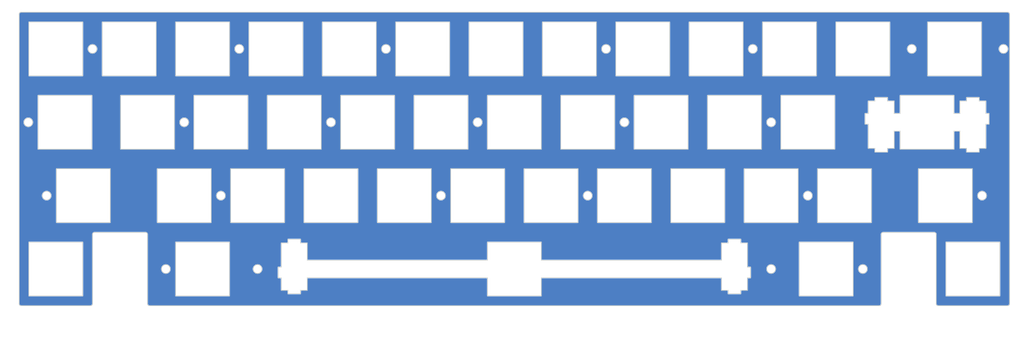
<source format=kicad_pcb>
(kicad_pcb (version 20240108) (generator "pcbnew") (generator_version "8.0")
  (layers (0 "F.Cu" signal) (31 "B.Cu" signal) (34 "B.Paste" user) (35 "F.Paste" user) (36 "B.SilkS" user "B.Silkscreen") (37 "F.SilkS" user "F.Silkscreen") (38 "B.Mask" user) (39 "F.Mask" user) (44 "Edge.Cuts" user))
  (net 0 "")
  (net 1 "GND")
  (gr_line (start 260.206075 50.8821) (end 260.206075 46.1816) (stroke (width 0.2)) (layer "Edge.Cuts"))
  (gr_line (start 246.205075 60.1809) (end 260.206075 60.1809) (stroke (width 0.2)) (layer "Edge.Cuts"))
  (gr_circle (center 55.5625 91.28125) (end 56.7125 91.28125) (stroke (width 0.2)) (fill none) (layer "Edge.Cuts"))
  (gr_line (start 243.537075 41.1309) (end 229.538075 41.1309) (stroke (width 0.2)) (layer "Edge.Cuts"))
  (gr_line (start 33.987275 27.1316) (end 33.987275 41.1309) (stroke (width 0.2)) (layer "Edge.Cuts"))
  (gr_line (start 181.625075 79.2311) (end 167.625075 79.2311) (stroke (width 0.2)) (layer "Edge.Cuts"))
  (gr_line (start 237.106075 50.8821) (end 237.106075 53.681) (stroke (width 0.2)) (layer "Edge.Cuts"))
  (gr_line (start 264.968075 65.2317) (end 264.968075 79.2311) (stroke (width 0.2)) (layer "Edge.Cuts"))
  (gr_circle (center 24.60625 72.23125) (end 25.75625 72.23125) (stroke (width 0.2)) (fill none) (layer "Edge.Cuts"))
  (gr_arc (start 50.3 81.75625) (mid 50.653553 81.902697) (end 50.8 82.25625) (stroke (width 0.2)) (layer "Edge.Cuts"))
  (gr_line (start 199.825925 88.98053) (end 153.049925 88.98053) (stroke (width 0.2)) (layer "Edge.Cuts"))
  (gr_circle (center 249.2375 34.13125) (end 250.3875 34.13125) (stroke (width 0.2)) (fill none) (layer "Edge.Cuts"))
  (gr_line (start 219.725075 65.2317) (end 219.725075 79.2311) (stroke (width 0.2)) (layer "Edge.Cuts"))
  (gr_line (start 229.250075 60.1809) (end 215.250075 60.1809) (stroke (width 0.2)) (layer "Edge.Cuts"))
  (gr_line (start 258.113075 98.28106) (end 258.113075 84.2816) (stroke (width 0.2)) (layer "Edge.Cuts"))
  (gr_circle (center 169.8625 34.13125) (end 171.0125 34.13125) (stroke (width 0.2)) (fill none) (layer "Edge.Cuts"))
  (gr_line (start 43.800275 60.1809) (end 43.800275 46.1816) (stroke (width 0.2)) (layer "Edge.Cuts"))
  (gr_line (start 85.525925 84.51157) (end 85.525925 90.78164) (stroke (width 0.2)) (layer "Edge.Cuts"))
  (gr_line (start 181.625075 65.2317) (end 181.625075 79.2311) (stroke (width 0.2)) (layer "Edge.Cuts"))
  (gr_arc (start 241.3 100.30625) (mid 241.153553 100.659803) (end 240.8 100.80625) (stroke (width 0.2)) (layer "Edge.Cuts"))
  (gr_line (start 33.987275 98.28106) (end 19.987725 98.28106) (stroke (width 0.2)) (layer "Edge.Cuts"))
  (gr_arc (start 241.3 82.25625) (mid 241.446447 81.902697) (end 241.8 81.75625) (stroke (width 0.2)) (layer "Edge.Cuts"))
  (gr_line (start 72.087075 84.2816) (end 72.087075 98.28106) (stroke (width 0.2)) (layer "Edge.Cuts"))
  (gr_line (start 153.050075 46.1816) (end 153.050075 60.1809) (stroke (width 0.2)) (layer "Edge.Cuts"))
  (gr_line (start 207.401125 93.5804) (end 207.401125 90.78164) (stroke (width 0.2)) (layer "Edge.Cuts"))
  (gr_line (start 87.249925 97.7325) (end 90.549925 97.7325) (stroke (width 0.2)) (layer "Edge.Cuts"))
  (gr_line (start 17.4625 100.30625) (end 17.4625 25.10625) (stroke (width 0.2)) (layer "Edge.Cuts"))
  (gr_line (start 90.549925 97.7325) (end 90.549925 96.8106) (stroke (width 0.2)) (layer "Edge.Cuts"))
  (gr_line (start 266.756075 59.9509) (end 268.480075 59.9509) (stroke (width 0.2)) (layer "Edge.Cuts"))
  (gr_line (start 200.675075 65.2317) (end 200.675075 79.2311) (stroke (width 0.2)) (layer "Edge.Cuts"))
  (gr_line (start 210.200075 46.1816) (end 210.200075 60.1809) (stroke (width 0.2)) (layer "Edge.Cuts"))
  (gr_line (start 87.249925 96.8106) (end 87.249925 97.7325) (stroke (width 0.2)) (layer "Edge.Cuts"))
  (gr_line (start 19.987725 41.1309) (end 19.987725 27.1316) (stroke (width 0.2)) (layer "Edge.Cuts"))
  (gr_line (start 220.013075 84.2816) (end 234.012075 84.2816) (stroke (width 0.2)) (layer "Edge.Cuts"))
  (gr_line (start 110.187075 27.1316) (end 110.187075 41.1309) (stroke (width 0.2)) (layer "Edge.Cuts"))
  (gr_circle (center 236.5375 91.28125) (end 237.6875 91.28125) (stroke (width 0.2)) (fill none) (layer "Edge.Cuts"))
  (gr_line (start 239.655075 46.7313) (end 239.655075 47.652) (stroke (width 0.2)) (layer "Edge.Cuts"))
  (gr_line (start 41.130975 79.2311) (end 27.130105 79.2311) (stroke (width 0.2)) (layer "Edge.Cuts"))
  (gr_line (start 158.100075 60.1809) (end 158.100075 46.1816) (stroke (width 0.2)) (layer "Edge.Cuts"))
  (gr_line (start 186.387075 41.1309) (end 172.388075 41.1309) (stroke (width 0.2)) (layer "Edge.Cuts"))
  (gr_line (start 191.150075 46.1816) (end 191.150075 60.1809) (stroke (width 0.2)) (layer "Edge.Cuts"))
  (gr_line (start 204.850225 83.53041) (end 201.549925 83.53041) (stroke (width 0.2)) (layer "Edge.Cuts"))
  (gr_line (start 207.401125 90.78164) (end 206.575625 90.78164) (stroke (width 0.2)) (layer "Edge.Cuts"))
  (gr_line (start 229.538075 27.1316) (end 243.537075 27.1316) (stroke (width 0.2)) (layer "Edge.Cuts"))
  (gr_line (start 50.3 81.75625) (end 37.0125 81.75625) (stroke (width 0.2)) (layer "Edge.Cuts"))
  (gr_line (start 241.3 82.25625) (end 241.3 100.30625) (stroke (width 0.2)) (layer "Edge.Cuts"))
  (gr_line (start 263.455075 47.652) (end 261.730075 47.652) (stroke (width 0.2)) (layer "Edge.Cuts"))
  (gr_line (start 234.012075 98.28106) (end 220.013075 98.28106) (stroke (width 0.2)) (layer "Edge.Cuts"))
  (gr_line (start 242.956075 46.7313) (end 239.655075 46.7313) (stroke (width 0.2)) (layer "Edge.Cuts"))
  (gr_line (start 57.799575 46.1816) (end 57.799575 60.1809) (stroke (width 0.2)) (layer "Edge.Cuts"))
  (gr_line (start 200.675075 79.2311) (end 186.675075 79.2311) (stroke (width 0.2)) (layer "Edge.Cuts"))
  (gr_line (start 239.655075 60.932) (end 242.956075 60.932) (stroke (width 0.2)) (layer "Edge.Cuts"))
  (gr_line (start 62.850275 46.1816) (end 76.849575 46.1816) (stroke (width 0.2)) (layer "Edge.Cuts"))
  (gr_line (start 105.424575 65.2317) (end 105.424575 79.2311) (stroke (width 0.2)) (layer "Edge.Cuts"))
  (gr_line (start 139.050075 46.1816) (end 153.050075 46.1816) (stroke (width 0.2)) (layer "Edge.Cuts"))
  (gr_line (start 201.549925 83.53041) (end 201.549925 84.51157) (stroke (width 0.2)) (layer "Edge.Cuts"))
  (gr_line (start 242.956075 59.9509) (end 244.681075 59.9509) (stroke (width 0.2)) (layer "Edge.Cuts"))
  (gr_line (start 53.325275 79.2311) (end 53.325275 65.2317) (stroke (width 0.2)) (layer "Edge.Cuts"))
  (gr_line (start 153.049925 84.28144) (end 139.049925 84.28144) (stroke (width 0.2)) (layer "Edge.Cuts"))
  (gr_line (start 148.575075 79.2311) (end 148.575075 65.2317) (stroke (width 0.2)) (layer "Edge.Cuts"))
  (gr_line (start 206.575625 96.8106) (end 206.575625 93.5804) (stroke (width 0.2)) (layer "Edge.Cuts"))
  (gr_line (start 167.625075 65.2317) (end 181.625075 65.2317) (stroke (width 0.2)) (layer "Edge.Cuts"))
  (gr_arc (start 17.9625 100.80625) (mid 17.608947 100.659803) (end 17.4625 100.30625) (stroke (width 0.2)) (layer "Edge.Cuts"))
  (gr_line (start 266.756075 46.7313) (end 263.455075 46.7313) (stroke (width 0.2)) (layer "Edge.Cuts"))
  (gr_circle (center 60.325 53.18125) (end 61.475 53.18125) (stroke (width 0.2)) (fill none) (layer "Edge.Cuts"))
  (gr_line (start 91.425275 79.2311) (end 91.425275 65.2317) (stroke (width 0.2)) (layer "Edge.Cuts"))
  (gr_line (start 172.100075 46.1816) (end 172.100075 60.1809) (stroke (width 0.2)) (layer "Edge.Cuts"))
  (gr_line (start 67.324575 65.2317) (end 67.324575 79.2311) (stroke (width 0.2)) (layer "Edge.Cuts"))
  (gr_line (start 224.775075 79.2311) (end 224.775075 65.2317) (stroke (width 0.2)) (layer "Edge.Cuts"))
  (gr_arc (start 274.6375 100.30625) (mid 274.491053 100.659803) (end 274.1375 100.80625) (stroke (width 0.2)) (layer "Edge.Cuts"))
  (gr_line (start 261.730075 50.8821) (end 260.206075 50.8821) (stroke (width 0.2)) (layer "Edge.Cuts"))
  (gr_line (start 81.900275 46.1816) (end 95.899575 46.1816) (stroke (width 0.2)) (layer "Edge.Cuts"))
  (gr_line (start 237.930075 53.681) (end 237.930075 59.9509) (stroke (width 0.2)) (layer "Edge.Cuts"))
  (gr_line (start 139.050075 60.1809) (end 139.050075 46.1816) (stroke (width 0.2)) (layer "Edge.Cuts"))
  (gr_line (start 261.730075 47.652) (end 261.730075 50.8821) (stroke (width 0.2)) (layer "Edge.Cuts"))
  (gr_circle (center 207.9625 34.13125) (end 209.1125 34.13125) (stroke (width 0.2)) (fill none) (layer "Edge.Cuts"))
  (gr_line (start 167.337075 41.1309) (end 153.338075 41.1309) (stroke (width 0.2)) (layer "Edge.Cuts"))
  (gr_line (start 172.388075 41.1309) (end 172.388075 27.1316) (stroke (width 0.2)) (layer "Edge.Cuts"))
  (gr_line (start 246.205075 46.1816) (end 246.205075 50.8821) (stroke (width 0.2)) (layer "Edge.Cuts"))
  (gr_line (start 205.437075 27.1316) (end 205.437075 41.1309) (stroke (width 0.2)) (layer "Edge.Cuts"))
  (gr_arc (start 274.1375 24.60625) (mid 274.491053 24.752697) (end 274.6375 25.10625) (stroke (width 0.2)) (layer "Edge.Cuts"))
  (gr_line (start 39.037775 27.1316) (end 53.037075 27.1316) (stroke (width 0.2)) (layer "Edge.Cuts"))
  (gr_line (start 186.675075 65.2317) (end 200.675075 65.2317) (stroke (width 0.2)) (layer "Edge.Cuts"))
  (gr_line (start 85.525925 90.78164) (end 84.699925 90.78164) (stroke (width 0.2)) (layer "Edge.Cuts"))
  (gr_line (start 148.287075 27.1316) (end 148.287075 41.1309) (stroke (width 0.2)) (layer "Edge.Cuts"))
  (gr_line (start 91.137075 27.1316) (end 91.137075 41.1309) (stroke (width 0.2)) (layer "Edge.Cuts"))
  (gr_line (start 84.699925 93.5804) (end 85.525925 93.5804) (stroke (width 0.2)) (layer "Edge.Cuts"))
  (gr_line (start 53.325275 65.2317) (end 67.324575 65.2317) (stroke (width 0.2)) (layer "Edge.Cuts"))
  (gr_line (start 105.424575 79.2311) (end 91.425275 79.2311) (stroke (width 0.2)) (layer "Edge.Cuts"))
  (gr_line (start 100.950275 60.1809) (end 100.950275 46.1816) (stroke (width 0.2)) (layer "Edge.Cuts"))
  (gr_line (start 220.013075 98.28106) (end 220.013075 84.2816) (stroke (width 0.2)) (layer "Edge.Cuts"))
  (gr_line (start 219.725075 79.2311) (end 205.725075 79.2311) (stroke (width 0.2)) (layer "Edge.Cuts"))
  (gr_line (start 206.575625 84.51157) (end 204.850225 84.51157) (stroke (width 0.2)) (layer "Edge.Cuts"))
  (gr_line (start 96.187775 27.1316) (end 110.187075 27.1316) (stroke (width 0.2)) (layer "Edge.Cuts"))
  (gr_circle (center 36.5125 34.13125) (end 37.6625 34.13125) (stroke (width 0.2)) (fill none) (layer "Edge.Cuts"))
  (gr_line (start 204.850225 96.8106) (end 206.575625 96.8106) (stroke (width 0.2)) (layer "Edge.Cuts"))
  (gr_line (start 36.368475 60.1809) (end 22.368985 60.1809) (stroke (width 0.2)) (layer "Edge.Cuts"))
  (gr_line (start 196.200075 60.1809) (end 196.200075 46.1816) (stroke (width 0.2)) (layer "Edge.Cuts"))
  (gr_circle (center 212.725 53.18125) (end 213.875 53.18125) (stroke (width 0.2)) (fill none) (layer "Edge.Cuts"))
  (gr_line (start 134.000075 60.1809) (end 120.000075 60.1809) (stroke (width 0.2)) (layer "Edge.Cuts"))
  (gr_circle (center 127 72.23125) (end 128.15 72.23125) (stroke (width 0.2)) (fill none) (layer "Edge.Cuts"))
  (gr_arc (start 255.0875 81.75625) (mid 255.441053 81.902697) (end 255.5875 82.25625) (stroke (width 0.2)) (layer "Edge.Cuts"))
  (gr_line (start 224.487075 27.1316) (end 224.487075 41.1309) (stroke (width 0.2)) (layer "Edge.Cuts"))
  (gr_line (start 129.237075 27.1316) (end 129.237075 41.1309) (stroke (width 0.2)) (layer "Edge.Cuts"))
  (gr_line (start 153.338075 27.1316) (end 167.337075 27.1316) (stroke (width 0.2)) (layer "Edge.Cuts"))
  (gr_circle (center 165.1 72.23125) (end 166.25 72.23125) (stroke (width 0.2)) (fill none) (layer "Edge.Cuts"))
  (gr_line (start 269.305075 53.681) (end 269.305075 50.8821) (stroke (width 0.2)) (layer "Edge.Cuts"))
  (gr_line (start 269.305075 50.8821) (end 268.480075 50.8821) (stroke (width 0.2)) (layer "Edge.Cuts"))
  (gr_line (start 196.200075 46.1816) (end 210.200075 46.1816) (stroke (width 0.2)) (layer "Edge.Cuts"))
  (gr_line (start 134.000075 46.1816) (end 134.000075 60.1809) (stroke (width 0.2)) (layer "Edge.Cuts"))
  (gr_line (start 115.236375 27.1316) (end 129.237075 27.1316) (stroke (width 0.2)) (layer "Edge.Cuts"))
  (gr_line (start 267.350075 27.1316) (end 267.350075 41.1309) (stroke (width 0.2)) (layer "Edge.Cuts"))
  (gr_line (start 206.575625 90.78164) (end 206.575625 84.51157) (stroke (width 0.2)) (layer "Edge.Cuts"))
  (gr_circle (center 79.375 91.28125) (end 80.525 91.28125) (stroke (width 0.2)) (fill none) (layer "Edge.Cuts"))
  (gr_line (start 58.087775 98.28106) (end 58.087775 84.2816) (stroke (width 0.2)) (layer "Edge.Cuts"))
  (gr_line (start 253.350075 41.1309) (end 253.350075 27.1316) (stroke (width 0.2)) (layer "Edge.Cuts"))
  (gr_line (start 244.681075 59.9509) (end 244.681075 55.4819) (stroke (width 0.2)) (layer "Edge.Cuts"))
  (gr_line (start 240.8 100.80625) (end 51.3 100.80625) (stroke (width 0.2)) (layer "Edge.Cuts"))
  (gr_line (start 274.1375 100.80625) (end 256.0875 100.80625) (stroke (width 0.2)) (layer "Edge.Cuts"))
  (gr_arc (start 51.3 100.80625) (mid 50.946447 100.659803) (end 50.8 100.30625) (stroke (width 0.2)) (layer "Edge.Cuts"))
  (gr_line (start 205.725075 79.2311) (end 205.725075 65.2317) (stroke (width 0.2)) (layer "Edge.Cuts"))
  (gr_line (start 255.0875 81.75625) (end 241.8 81.75625) (stroke (width 0.2)) (layer "Edge.Cuts"))
  (gr_line (start 76.849575 46.1816) (end 76.849575 60.1809) (stroke (width 0.2)) (layer "Edge.Cuts"))
  (gr_line (start 120.000075 46.1816) (end 134.000075 46.1816) (stroke (width 0.2)) (layer "Edge.Cuts"))
  (gr_line (start 36.0125 100.80625) (end 17.9625 100.80625) (stroke (width 0.2)) (layer "Edge.Cuts"))
  (gr_line (start 215.250075 46.1816) (end 229.250075 46.1816) (stroke (width 0.2)) (layer "Edge.Cuts"))
  (gr_circle (center 222.25 72.23125) (end 223.4 72.23125) (stroke (width 0.2)) (fill none) (layer "Edge.Cuts"))
  (gr_line (start 33.987275 84.2816) (end 33.987275 98.28106) (stroke (width 0.2)) (layer "Edge.Cuts"))
  (gr_line (start 229.538075 41.1309) (end 229.538075 27.1316) (stroke (width 0.2)) (layer "Edge.Cuts"))
  (gr_line (start 167.337075 27.1316) (end 167.337075 41.1309) (stroke (width 0.2)) (layer "Edge.Cuts"))
  (gr_line (start 139.049925 93.5804) (end 139.049925 98.2809) (stroke (width 0.2)) (layer "Edge.Cuts"))
  (gr_line (start 50.8 100.30625) (end 50.8 82.25625) (stroke (width 0.2)) (layer "Edge.Cuts"))
  (gr_line (start 148.575075 65.2317) (end 162.575075 65.2317) (stroke (width 0.2)) (layer "Edge.Cuts"))
  (gr_line (start 77.137775 41.1309) (end 77.137775 27.1316) (stroke (width 0.2)) (layer "Edge.Cuts"))
  (gr_line (start 92.275925 88.98053) (end 92.275925 84.51157) (stroke (width 0.2)) (layer "Edge.Cuts"))
  (gr_line (start 244.681075 50.8821) (end 244.681075 47.652) (stroke (width 0.2)) (layer "Edge.Cuts"))
  (gr_line (start 90.549925 96.8106) (end 92.275925 96.8106) (stroke (width 0.2)) (layer "Edge.Cuts"))
  (gr_line (start 239.655075 47.652) (end 237.930075 47.652) (stroke (width 0.2)) (layer "Edge.Cuts"))
  (gr_line (start 263.455075 46.7313) (end 263.455075 47.652) (stroke (width 0.2)) (layer "Edge.Cuts"))
  (gr_line (start 96.187775 41.1309) (end 96.187775 27.1316) (stroke (width 0.2)) (layer "Edge.Cuts"))
  (gr_line (start 72.087075 98.28106) (end 58.087775 98.28106) (stroke (width 0.2)) (layer "Edge.Cuts"))
  (gr_line (start 162.575075 79.2311) (end 148.575075 79.2311) (stroke (width 0.2)) (layer "Edge.Cuts"))
  (gr_line (start 186.387075 27.1316) (end 186.387075 41.1309) (stroke (width 0.2)) (layer "Edge.Cuts"))
  (gr_line (start 250.969075 65.2317) (end 264.968075 65.2317) (stroke (width 0.2)) (layer "Edge.Cuts"))
  (gr_line (start 92.275925 93.5804) (end 139.049925 93.5804) (stroke (width 0.2)) (layer "Edge.Cuts"))
  (gr_line (start 124.475075 79.2311) (end 110.475275 79.2311) (stroke (width 0.2)) (layer "Edge.Cuts"))
  (gr_line (start 92.275925 96.8106) (end 92.275925 93.5804) (stroke (width 0.2)) (layer "Edge.Cuts"))
  (gr_line (start 19.987725 98.28106) (end 19.987725 84.2816) (stroke (width 0.2)) (layer "Edge.Cuts"))
  (gr_line (start 272.112075 98.28106) (end 258.113075 98.28106) (stroke (width 0.2)) (layer "Edge.Cuts"))
  (gr_line (start 224.487075 41.1309) (end 210.488075 41.1309) (stroke (width 0.2)) (layer "Edge.Cuts"))
  (gr_line (start 258.113075 84.2816) (end 272.112075 84.2816) (stroke (width 0.2)) (layer "Edge.Cuts"))
  (gr_line (start 253.350075 27.1316) (end 267.350075 27.1316) (stroke (width 0.2)) (layer "Edge.Cuts"))
  (gr_line (start 58.087775 84.2816) (end 72.087075 84.2816) (stroke (width 0.2)) (layer "Edge.Cuts"))
  (gr_circle (center 69.85 72.23125) (end 71 72.23125) (stroke (width 0.2)) (fill none) (layer "Edge.Cuts"))
  (gr_line (start 177.150075 60.1809) (end 177.150075 46.1816) (stroke (width 0.2)) (layer "Edge.Cuts"))
  (gr_line (start 199.825925 84.51157) (end 199.825925 88.98053) (stroke (width 0.2)) (layer "Edge.Cuts"))
  (gr_line (start 110.475275 79.2311) (end 110.475275 65.2317) (stroke (width 0.2)) (layer "Edge.Cuts"))
  (gr_line (start 162.575075 65.2317) (end 162.575075 79.2311) (stroke (width 0.2)) (layer "Edge.Cuts"))
  (gr_line (start 167.625075 79.2311) (end 167.625075 65.2317) (stroke (width 0.2)) (layer "Edge.Cuts"))
  (gr_line (start 250.969075 79.2311) (end 250.969075 65.2317) (stroke (width 0.2)) (layer "Edge.Cuts"))
  (gr_line (start 129.237075 41.1309) (end 115.236375 41.1309) (stroke (width 0.2)) (layer "Edge.Cuts"))
  (gr_line (start 153.049925 88.98053) (end 153.049925 84.28144) (stroke (width 0.2)) (layer "Edge.Cuts"))
  (gr_line (start 53.037075 27.1316) (end 53.037075 41.1309) (stroke (width 0.2)) (layer "Edge.Cuts"))
  (gr_line (start 43.800275 46.1816) (end 57.799575 46.1816) (stroke (width 0.2)) (layer "Edge.Cuts"))
  (gr_line (start 206.575625 93.5804) (end 207.401125 93.5804) (stroke (width 0.2)) (layer "Edge.Cuts"))
  (gr_line (start 27.130105 79.2311) (end 27.130105 65.2317) (stroke (width 0.2)) (layer "Edge.Cuts"))
  (gr_line (start 92.275925 84.51157) (end 90.549925 84.51157) (stroke (width 0.2)) (layer "Edge.Cuts"))
  (gr_line (start 255.5875 100.30625) (end 255.5875 82.25625) (stroke (width 0.2)) (layer "Edge.Cuts"))
  (gr_circle (center 74.6125 34.13125) (end 75.7625 34.13125) (stroke (width 0.2)) (fill none) (layer "Edge.Cuts"))
  (gr_line (start 260.206075 60.1809) (end 260.206075 55.4819) (stroke (width 0.2)) (layer "Edge.Cuts"))
  (gr_line (start 242.956075 60.932) (end 242.956075 59.9509) (stroke (width 0.2)) (layer "Edge.Cuts"))
  (gr_line (start 72.087075 27.1316) (end 72.087075 41.1309) (stroke (width 0.2)) (layer "Edge.Cuts"))
  (gr_line (start 224.775075 65.2317) (end 238.775075 65.2317) (stroke (width 0.2)) (layer "Edge.Cuts"))
  (gr_line (start 205.437075 41.1309) (end 191.438075 41.1309) (stroke (width 0.2)) (layer "Edge.Cuts"))
  (gr_line (start 263.455075 59.9509) (end 263.455075 60.932) (stroke (width 0.2)) (layer "Edge.Cuts"))
  (gr_line (start 201.549925 97.7325) (end 204.850225 97.7325) (stroke (width 0.2)) (layer "Edge.Cuts"))
  (gr_line (start 238.775075 65.2317) (end 238.775075 79.2311) (stroke (width 0.2)) (layer "Edge.Cuts"))
  (gr_line (start 158.100075 46.1816) (end 172.100075 46.1816) (stroke (width 0.2)) (layer "Edge.Cuts"))
  (gr_circle (center 98.425 53.18125) (end 99.575 53.18125) (stroke (width 0.2)) (fill none) (layer "Edge.Cuts"))
  (gr_arc (start 256.0875 100.80625) (mid 255.733947 100.659803) (end 255.5875 100.30625) (stroke (width 0.2)) (layer "Edge.Cuts"))
  (gr_line (start 36.5125 82.25625) (end 36.5125 100.30625) (stroke (width 0.2)) (layer "Edge.Cuts"))
  (gr_line (start 139.049925 88.98053) (end 92.275925 88.98053) (stroke (width 0.2)) (layer "Edge.Cuts"))
  (gr_line (start 153.050075 60.1809) (end 139.050075 60.1809) (stroke (width 0.2)) (layer "Edge.Cuts"))
  (gr_circle (center 267.49375 72.23125) (end 268.64375 72.23125) (stroke (width 0.2)) (fill none) (layer "Edge.Cuts"))
  (gr_line (start 72.375275 65.2317) (end 86.374575 65.2317) (stroke (width 0.2)) (layer "Edge.Cuts"))
  (gr_circle (center 273.05 34.13125) (end 274.2 34.13125) (stroke (width 0.2)) (fill none) (layer "Edge.Cuts"))
  (gr_line (start 172.388075 27.1316) (end 186.387075 27.1316) (stroke (width 0.2)) (layer "Edge.Cuts"))
  (gr_line (start 58.087775 27.1316) (end 72.087075 27.1316) (stroke (width 0.2)) (layer "Edge.Cuts"))
  (gr_line (start 17.9625 24.60625) (end 274.1375 24.60625) (stroke (width 0.2)) (layer "Edge.Cuts"))
  (gr_line (start 272.112075 84.2816) (end 272.112075 98.28106) (stroke (width 0.2)) (layer "Edge.Cuts"))
  (gr_line (start 268.480075 50.8821) (end 268.480075 47.652) (stroke (width 0.2)) (layer "Edge.Cuts"))
  (gr_line (start 244.681075 55.4819) (end 246.205075 55.4819) (stroke (width 0.2)) (layer "Edge.Cuts"))
  (gr_line (start 237.930075 59.9509) (end 239.655075 59.9509) (stroke (width 0.2)) (layer "Edge.Cuts"))
  (gr_line (start 177.150075 46.1816) (end 191.150075 46.1816) (stroke (width 0.2)) (layer "Edge.Cuts"))
  (gr_line (start 129.525075 65.2317) (end 143.525075 65.2317) (stroke (width 0.2)) (layer "Edge.Cuts"))
  (gr_line (start 72.087075 41.1309) (end 58.087775 41.1309) (stroke (width 0.2)) (layer "Edge.Cuts"))
  (gr_circle (center 112.7125 34.13125) (end 113.8625 34.13125) (stroke (width 0.2)) (fill none) (layer "Edge.Cuts"))
  (gr_line (start 91.425275 65.2317) (end 105.424575 65.2317) (stroke (width 0.2)) (layer "Edge.Cuts"))
  (gr_line (start 238.775075 79.2311) (end 224.775075 79.2311) (stroke (width 0.2)) (layer "Edge.Cuts"))
  (gr_line (start 261.730075 55.4819) (end 261.730075 59.9509) (stroke (width 0.2)) (layer "Edge.Cuts"))
  (gr_line (start 260.206075 46.1816) (end 246.205075 46.1816) (stroke (width 0.2)) (layer "Edge.Cuts"))
  (gr_line (start 237.930075 50.8821) (end 237.106075 50.8821) (stroke (width 0.2)) (layer "Edge.Cuts"))
  (gr_line (start 268.480075 53.681) (end 269.305075 53.681) (stroke (width 0.2)) (layer "Edge.Cuts"))
  (gr_line (start 234.012075 84.2816) (end 234.012075 98.28106) (stroke (width 0.2)) (layer "Edge.Cuts"))
  (gr_line (start 22.368985 60.1809) (end 22.368985 46.1816) (stroke (width 0.2)) (layer "Edge.Cuts"))
  (gr_line (start 86.374575 79.2311) (end 72.375275 79.2311) (stroke (width 0.2)) (layer "Edge.Cuts"))
  (gr_line (start 266.756075 47.652) (end 266.756075 46.7313) (stroke (width 0.2)) (layer "Edge.Cuts"))
  (gr_line (start 237.106075 53.681) (end 237.930075 53.681) (stroke (width 0.2)) (layer "Edge.Cuts"))
  (gr_line (start 153.049925 93.5804) (end 199.825925 93.5804) (stroke (width 0.2)) (layer "Edge.Cuts"))
  (gr_line (start 139.049925 84.28144) (end 139.049925 88.98053) (stroke (width 0.2)) (layer "Edge.Cuts"))
  (gr_line (start 201.549925 84.51157) (end 199.825925 84.51157) (stroke (width 0.2)) (layer "Edge.Cuts"))
  (gr_line (start 90.549925 84.51157) (end 90.549925 83.53041) (stroke (width 0.2)) (layer "Edge.Cuts"))
  (gr_line (start 191.150075 60.1809) (end 177.150075 60.1809) (stroke (width 0.2)) (layer "Edge.Cuts"))
  (gr_line (start 260.206075 55.4819) (end 261.730075 55.4819) (stroke (width 0.2)) (layer "Edge.Cuts"))
  (gr_line (start 134.286075 41.1309) (end 134.286075 27.1316) (stroke (width 0.2)) (layer "Edge.Cuts"))
  (gr_circle (center 212.725 91.28125) (end 213.875 91.28125) (stroke (width 0.2)) (fill none) (layer "Edge.Cuts"))
  (gr_line (start 84.699925 90.78164) (end 84.699925 93.5804) (stroke (width 0.2)) (layer "Edge.Cuts"))
  (gr_line (start 95.899575 46.1816) (end 95.899575 60.1809) (stroke (width 0.2)) (layer "Edge.Cuts"))
  (gr_line (start 95.899575 60.1809) (end 81.900275 60.1809) (stroke (width 0.2)) (layer "Edge.Cuts"))
  (gr_circle (center 174.625 53.18125) (end 175.775 53.18125) (stroke (width 0.2)) (fill none) (layer "Edge.Cuts"))
  (gr_line (start 201.549925 96.8106) (end 201.549925 97.7325) (stroke (width 0.2)) (layer "Edge.Cuts"))
  (gr_line (start 244.681075 47.652) (end 242.956075 47.652) (stroke (width 0.2)) (layer "Edge.Cuts"))
  (gr_line (start 239.655075 59.9509) (end 239.655075 60.932) (stroke (width 0.2)) (layer "Edge.Cuts"))
  (gr_line (start 264.968075 79.2311) (end 250.969075 79.2311) (stroke (width 0.2)) (layer "Edge.Cuts"))
  (gr_arc (start 17.4625 25.10625) (mid 17.608947 24.752697) (end 17.9625 24.60625) (stroke (width 0.2)) (layer "Edge.Cuts"))
  (gr_line (start 139.049925 98.2809) (end 153.049925 98.2809) (stroke (width 0.2)) (layer "Edge.Cuts"))
  (gr_line (start 246.205075 55.4819) (end 246.205075 60.1809) (stroke (width 0.2)) (layer "Edge.Cuts"))
  (gr_line (start 199.825925 96.8106) (end 201.549925 96.8106) (stroke (width 0.2)) (layer "Edge.Cuts"))
  (gr_line (start 91.137075 41.1309) (end 77.137775 41.1309) (stroke (width 0.2)) (layer "Edge.Cuts"))
  (gr_line (start 143.525075 79.2311) (end 129.525075 79.2311) (stroke (width 0.2)) (layer "Edge.Cuts"))
  (gr_circle (center 136.525 53.18125) (end 137.675 53.18125) (stroke (width 0.2)) (fill none) (layer "Edge.Cuts"))
  (gr_line (start 210.200075 60.1809) (end 196.200075 60.1809) (stroke (width 0.2)) (layer "Edge.Cuts"))
  (gr_line (start 204.850225 84.51157) (end 204.850225 83.53041) (stroke (width 0.2)) (layer "Edge.Cuts"))
  (gr_circle (center 19.84375 53.18125) (end 20.99375 53.18125) (stroke (width 0.2)) (fill none) (layer "Edge.Cuts"))
  (gr_line (start 39.037775 41.1309) (end 39.037775 27.1316) (stroke (width 0.2)) (layer "Edge.Cuts"))
  (gr_line (start 81.900275 60.1809) (end 81.900275 46.1816) (stroke (width 0.2)) (layer "Edge.Cuts"))
  (gr_line (start 120.000075 60.1809) (end 120.000075 46.1816) (stroke (width 0.2)) (layer "Edge.Cuts"))
  (gr_line (start 114.949575 60.1809) (end 100.950275 60.1809) (stroke (width 0.2)) (layer "Edge.Cuts"))
  (gr_line (start 263.455075 60.932) (end 266.756075 60.932) (stroke (width 0.2)) (layer "Edge.Cuts"))
  (gr_line (start 153.338075 41.1309) (end 153.338075 27.1316) (stroke (width 0.2)) (layer "Edge.Cuts"))
  (gr_line (start 153.049925 98.2809) (end 153.049925 93.5804) (stroke (width 0.2)) (layer "Edge.Cuts"))
  (gr_line (start 85.525925 96.8106) (end 87.249925 96.8106) (stroke (width 0.2)) (layer "Edge.Cuts"))
  (gr_line (start 87.249925 83.53041) (end 87.249925 84.51157) (stroke (width 0.2)) (layer "Edge.Cuts"))
  (gr_line (start 268.480075 47.652) (end 266.756075 47.652) (stroke (width 0.2)) (layer "Edge.Cuts"))
  (gr_line (start 124.475075 65.2317) (end 124.475075 79.2311) (stroke (width 0.2)) (layer "Edge.Cuts"))
  (gr_line (start 58.087775 41.1309) (end 58.087775 27.1316) (stroke (width 0.2)) (layer "Edge.Cuts"))
  (gr_line (start 33.987275 41.1309) (end 19.987725 41.1309) (stroke (width 0.2)) (layer "Edge.Cuts"))
  (gr_line (start 86.374575 65.2317) (end 86.374575 79.2311) (stroke (width 0.2)) (layer "Edge.Cuts"))
  (gr_line (start 210.488075 27.1316) (end 224.487075 27.1316) (stroke (width 0.2)) (layer "Edge.Cuts"))
  (gr_line (start 267.350075 41.1309) (end 253.350075 41.1309) (stroke (width 0.2)) (layer "Edge.Cuts"))
  (gr_line (start 186.675075 79.2311) (end 186.675075 65.2317) (stroke (width 0.2)) (layer "Edge.Cuts"))
  (gr_line (start 19.987725 27.1316) (end 33.987275 27.1316) (stroke (width 0.2)) (layer "Edge.Cuts"))
  (gr_line (start 19.987725 84.2816) (end 33.987275 84.2816) (stroke (width 0.2)) (layer "Edge.Cuts"))
  (gr_line (start 261.730075 59.9509) (end 263.455075 59.9509) (stroke (width 0.2)) (layer "Edge.Cuts"))
  (gr_line (start 191.438075 27.1316) (end 205.437075 27.1316) (stroke (width 0.2)) (layer "Edge.Cuts"))
  (gr_line (start 191.438075 41.1309) (end 191.438075 27.1316) (stroke (width 0.2)) (layer "Edge.Cuts"))
  (gr_line (start 87.249925 84.51157) (end 85.525925 84.51157) (stroke (width 0.2)) (layer "Edge.Cuts"))
  (gr_line (start 57.799575 60.1809) (end 43.800275 60.1809) (stroke (width 0.2)) (layer "Edge.Cuts"))
  (gr_line (start 27.130105 65.2317) (end 41.130975 65.2317) (stroke (width 0.2)) (layer "Edge.Cuts"))
  (gr_line (start 242.956075 47.652) (end 242.956075 46.7313) (stroke (width 0.2)) (layer "Edge.Cuts"))
  (gr_line (start 172.100075 60.1809) (end 158.100075 60.1809) (stroke (width 0.2)) (layer "Edge.Cuts"))
  (gr_line (start 210.488075 41.1309) (end 210.488075 27.1316) (stroke (width 0.2)) (layer "Edge.Cuts"))
  (gr_line (start 129.525075 79.2311) (end 129.525075 65.2317) (stroke (width 0.2)) (layer "Edge.Cuts"))
  (gr_line (start 134.286075 27.1316) (end 148.287075 27.1316) (stroke (width 0.2)) (layer "Edge.Cuts"))
  (gr_line (start 237.930075 47.652) (end 237.930075 50.8821) (stroke (width 0.2)) (layer "Edge.Cuts"))
  (gr_line (start 215.250075 60.1809) (end 215.250075 46.1816) (stroke (width 0.2)) (layer "Edge.Cuts"))
  (gr_line (start 110.187075 41.1309) (end 96.187775 41.1309) (stroke (width 0.2)) (layer "Edge.Cuts"))
  (gr_line (start 77.137775 27.1316) (end 91.137075 27.1316) (stroke (width 0.2)) (layer "Edge.Cuts"))
  (gr_line (start 90.549925 83.53041) (end 87.249925 83.53041) (stroke (width 0.2)) (layer "Edge.Cuts"))
  (gr_line (start 268.480075 59.9509) (end 268.480075 53.681) (stroke (width 0.2)) (layer "Edge.Cuts"))
  (gr_line (start 76.849575 60.1809) (end 62.850275 60.1809) (stroke (width 0.2)) (layer "Edge.Cuts"))
  (gr_line (start 199.825925 93.5804) (end 199.825925 96.8106) (stroke (width 0.2)) (layer "Edge.Cuts"))
  (gr_line (start 53.037075 41.1309) (end 39.037775 41.1309) (stroke (width 0.2)) (layer "Edge.Cuts"))
  (gr_line (start 266.756075 60.932) (end 266.756075 59.9509) (stroke (width 0.2)) (layer "Edge.Cuts"))
  (gr_arc (start 36.5125 82.25625) (mid 36.658947 81.902697) (end 37.0125 81.75625) (stroke (width 0.2)) (layer "Edge.Cuts"))
  (gr_line (start 67.324575 79.2311) (end 53.325275 79.2311) (stroke (width 0.2)) (layer "Edge.Cuts"))
  (gr_line (start 274.6375 25.10625) (end 274.6375 100.30625) (stroke (width 0.2)) (layer "Edge.Cuts"))
  (gr_line (start 243.537075 27.1316) (end 243.537075 41.1309) (stroke (width 0.2)) (layer "Edge.Cuts"))
  (gr_line (start 36.368475 46.1816) (end 36.368475 60.1809) (stroke (width 0.2)) (layer "Edge.Cuts"))
  (gr_line (start 62.850275 60.1809) (end 62.850275 46.1816) (stroke (width 0.2)) (layer "Edge.Cuts"))
  (gr_line (start 148.287075 41.1309) (end 134.286075 41.1309) (stroke (width 0.2)) (layer "Edge.Cuts"))
  (gr_line (start 85.525925 93.5804) (end 85.525925 96.8106) (stroke (width 0.2)) (layer "Edge.Cuts"))
  (gr_line (start 115.236375 41.1309) (end 115.236375 27.1316) (stroke (width 0.2)) (layer "Edge.Cuts"))
  (gr_line (start 110.475275 65.2317) (end 124.475075 65.2317) (stroke (width 0.2)) (layer "Edge.Cuts"))
  (gr_line (start 229.250075 46.1816) (end 229.250075 60.1809) (stroke (width 0.2)) (layer "Edge.Cuts"))
  (gr_line (start 100.950275 46.1816) (end 114.949575 46.1816) (stroke (width 0.2)) (layer "Edge.Cuts"))
  (gr_line (start 204.850225 97.7325) (end 204.850225 96.8106) (stroke (width 0.2)) (layer "Edge.Cuts"))
  (gr_line (start 41.130975 65.2317) (end 41.130975 79.2311) (stroke (width 0.2)) (layer "Edge.Cuts"))
  (gr_line (start 22.368985 46.1816) (end 36.368475 46.1816) (stroke (width 0.2)) (layer "Edge.Cuts"))
  (gr_line (start 246.205075 50.8821) (end 244.681075 50.8821) (stroke (width 0.2)) (layer "Edge.Cuts"))
  (gr_arc (start 36.5125 100.30625) (mid 36.366053 100.659803) (end 36.0125 100.80625) (stroke (width 0.2)) (layer "Edge.Cuts"))
  (gr_line (start 72.375275 79.2311) (end 72.375275 65.2317) (stroke (width 0.2)) (layer "Edge.Cuts"))
  (gr_line (start 143.525075 65.2317) (end 143.525075 79.2311) (stroke (width 0.2)) (layer "Edge.Cuts"))
  (gr_line (start 114.949575 46.1816) (end 114.949575 60.1809) (stroke (width 0.2)) (layer "Edge.Cuts"))
  (gr_line (start 205.725075 65.2317) (end 219.725075 65.2317) (stroke (width 0.2)) (layer "Edge.Cuts"))
  (zone (net 1) (net_name "GND") (layers "F&B.Cu") (connect_pads (clearance 0.5)) (min_thickness 0.25) (fill yes (thermal_gap 0.5) (thermal_bridge_width 0.5) (island_removal_mode 1) (island_area_min 10))
    (polygon (pts (xy 12.49375 21.43125) (xy 278.4 21.43125) (xy 278.4 109.5375) (xy 12.49375 108.74375)))
  )
)
</source>
